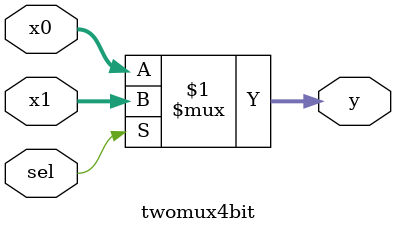
<source format=v>
module twomux4bit (
    input [4:0] x0, 
    input [4:0] x1, 
    input sel, 
    output [4:0] y
);
    assign y = sel ? x1 : x0;
endmodule

</source>
